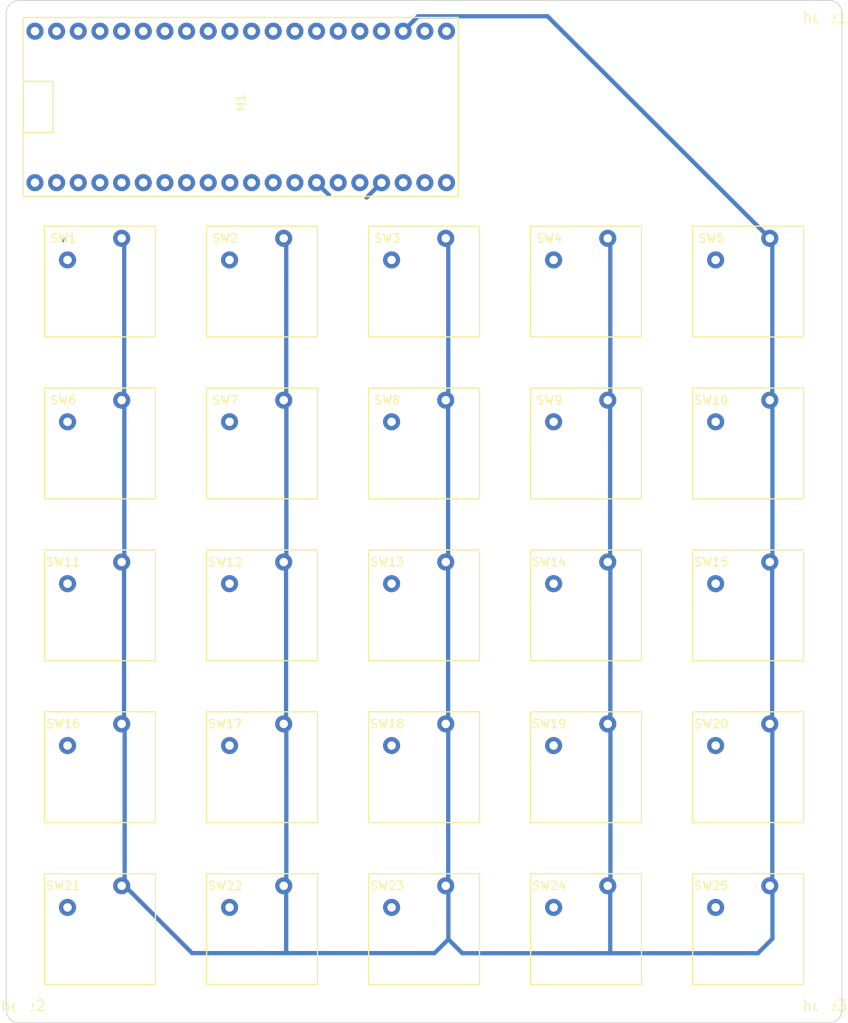
<source format=kicad_pcb>
(kicad_pcb (version 20240108) (generator "pcbnew") (generator_version "8.0")
  (layers (0 "F.Cu" signal) (31 "B.Cu" signal) (34 "B.Paste" user) (35 "F.Paste" user) (36 "B.SilkS" user "B.Silkscreen") (37 "F.SilkS" user "F.Silkscreen") (38 "B.Mask" user) (39 "F.Mask" user) (44 "Edge.Cuts" user))
  (net 0 "")
  (net 1 "GP0")
  (net 2 "GP1")
  (net 3 "GND0")
  (net 4 "GP2")
  (net 5 "GP3")
  (net 6 "GP4")
  (net 7 "GP5")
  (net 8 "GND1")
  (net 9 "GP6")
  (net 10 "GP7")
  (net 11 "GP8")
  (net 12 "GP9")
  (net 13 "GND2")
  (net 14 "GP10")
  (net 15 "GP11")
  (net 16 "GP12")
  (net 17 "GP13")
  (net 18 "GND3")
  (net 19 "GP14")
  (net 20 "GP15")
  (net 21 "GP16")
  (net 22 "GP17")
  (net 23 "GND4")
  (net 24 "GP18")
  (net 25 "GP19")
  (net 26 "GP20")
  (net 27 "GP21")
  (net 28 "GND5")
  (net 29 "GP22")
  (net 30 "RUN")
  (net 31 "GP26")
  (net 32 "GP27")
  (net 33 "GND6")
  (net 34 "GP28")
  (net 35 "VREF")
  (net 36 "3V3")
  (net 37 "3V3_EN")
  (net 38 "GND7")
  (net 39 "VSYS")
  (net 40 "VBUS")
  (footprint "footprint:screwhole" (layer "F.Cu") (at 146 52)
    (property "Reference" "hole1" (at 0 0 0) (layer "F.SilkS") (effects (font (size 1.27 1.27))))
    (property "Value" "hole")
    (pad "" np_thru_hole circle (at 0 0) (size 2 2) (drill 2) (layers "*.Cu" "*.Mask"))
  )
  (footprint "footprint:keyswitch" (layer "F.Cu") (at 61 83)
    (property "Reference" "SW1" (at -4.318 -5.08 0) (layer "F.SilkS"))
    (property "Value" "SW_Push" (hide yes))
    (fp_line (start -6.5 -6.5) (end 6.5 -6.5) (stroke (width 0.15)) (layer "F.SilkS"))
    (fp_line (start -6.5 6.5) (end -6.5 -6.5) (stroke (width 0.15)) (layer "F.SilkS"))
    (fp_line (start 6.5 -6.5) (end 6.5 6.5) (stroke (width 0.15)) (layer "F.SilkS"))
    (fp_line (start 6.5 6.5) (end -6.5 6.5) (stroke (width 0.15)) (layer "F.SilkS"))
    (pad "" np_thru_hole circle (at -5.08 0) (size 1.8 1.8) (drill 1.8) (layers "*.Cu" "*.Mask"))
    (pad "" np_thru_hole circle (at 0 0) (size 4 4) (drill 4) (layers "*.Cu" "*.Mask"))
    (pad "" np_thru_hole circle (at 5.08 0) (size 1.8 1.8) (drill 1.8) (layers "*.Cu" "*.Mask"))
    (pad "1" thru_hole circle (at -3.81 -2.54) (size 2 2) (drill 1) (layers "*.Cu" "*.Mask") (net 6 "GP4"))
    (pad "2" thru_hole circle (at 2.54 -5.08) (size 2 2) (drill 1) (layers "*.Cu" "*.Mask") (net 23 "GND4"))
  )
  (footprint "footprint:keyswitch" (layer "F.Cu") (at 99 159)
    (property "Reference" "SW23" (at -4.318 -5.08 0) (layer "F.SilkS"))
    (property "Value" "SW_Push" (hide yes))
    (fp_line (start -6.5 -6.5) (end 6.5 -6.5) (stroke (width 0.15)) (layer "F.SilkS"))
    (fp_line (start -6.5 6.5) (end -6.5 -6.5) (stroke (width 0.15)) (layer "F.SilkS"))
    (fp_line (start 6.5 -6.5) (end 6.5 6.5) (stroke (width 0.15)) (layer "F.SilkS"))
    (fp_line (start 6.5 6.5) (end -6.5 6.5) (stroke (width 0.15)) (layer "F.SilkS"))
    (pad "" np_thru_hole circle (at -5.08 0) (size 1.8 1.8) (drill 1.8) (layers "*.Cu" "*.Mask"))
    (pad "" np_thru_hole circle (at 0 0) (size 4 4) (drill 4) (layers "*.Cu" "*.Mask"))
    (pad "" np_thru_hole circle (at 5.08 0) (size 1.8 1.8) (drill 1.8) (layers "*.Cu" "*.Mask"))
    (pad "1" thru_hole circle (at -3.81 -2.54) (size 2 2) (drill 1) (layers "*.Cu" "*.Mask") (net 14 "GP10"))
    (pad "2" thru_hole circle (at 2.54 -5.08) (size 2 2) (drill 1) (layers "*.Cu" "*.Mask") (net 23 "GND4"))
  )
  (footprint "footprint:keyswitch" (layer "F.Cu") (at 118 102)
    (property "Reference" "SW9" (at -4.318 -5.08 0) (layer "F.SilkS"))
    (property "Value" "SW_Push" (hide yes))
    (fp_line (start -6.5 -6.5) (end 6.5 -6.5) (stroke (width 0.15)) (layer "F.SilkS"))
    (fp_line (start -6.5 6.5) (end -6.5 -6.5) (stroke (width 0.15)) (layer "F.SilkS"))
    (fp_line (start 6.5 -6.5) (end 6.5 6.5) (stroke (width 0.15)) (layer "F.SilkS"))
    (fp_line (start 6.5 6.5) (end -6.5 6.5) (stroke (width 0.15)) (layer "F.SilkS"))
    (pad "" np_thru_hole circle (at -5.08 0) (size 1.8 1.8) (drill 1.8) (layers "*.Cu" "*.Mask"))
    (pad "" np_thru_hole circle (at 0 0) (size 4 4) (drill 4) (layers "*.Cu" "*.Mask"))
    (pad "" np_thru_hole circle (at 5.08 0) (size 1.8 1.8) (drill 1.8) (layers "*.Cu" "*.Mask"))
    (pad "1" thru_hole circle (at -3.81 -2.54) (size 2 2) (drill 1) (layers "*.Cu" "*.Mask") (net 29 "GP22"))
    (pad "2" thru_hole circle (at 2.54 -5.08) (size 2 2) (drill 1) (layers "*.Cu" "*.Mask") (net 23 "GND4"))
  )
  (footprint "footprint:keyswitch" (layer "F.Cu") (at 118 140)
    (property "Reference" "SW19" (at -4.318 -5.08 0) (layer "F.SilkS"))
    (property "Value" "SW_Push" (hide yes))
    (fp_line (start -6.5 -6.5) (end 6.5 -6.5) (stroke (width 0.15)) (layer "F.SilkS"))
    (fp_line (start -6.5 6.5) (end -6.5 -6.5) (stroke (width 0.15)) (layer "F.SilkS"))
    (fp_line (start 6.5 -6.5) (end 6.5 6.5) (stroke (width 0.15)) (layer "F.SilkS"))
    (fp_line (start 6.5 6.5) (end -6.5 6.5) (stroke (width 0.15)) (layer "F.SilkS"))
    (pad "" np_thru_hole circle (at -5.08 0) (size 1.8 1.8) (drill 1.8) (layers "*.Cu" "*.Mask"))
    (pad "" np_thru_hole circle (at 0 0) (size 4 4) (drill 4) (layers "*.Cu" "*.Mask"))
    (pad "" np_thru_hole circle (at 5.08 0) (size 1.8 1.8) (drill 1.8) (layers "*.Cu" "*.Mask"))
    (pad "1" thru_hole circle (at -3.81 -2.54) (size 2 2) (drill 1) (layers "*.Cu" "*.Mask") (net 32 "GP27"))
    (pad "2" thru_hole circle (at 2.54 -5.08) (size 2 2) (drill 1) (layers "*.Cu" "*.Mask") (net 23 "GND4"))
  )
  (footprint "footprint:keyswitch" (layer "F.Cu") (at 118 121)
    (property "Reference" "SW14" (at -4.318 -5.08 0) (layer "F.SilkS"))
    (property "Value" "SW_Push" (hide yes))
    (fp_line (start -6.5 -6.5) (end 6.5 -6.5) (stroke (width 0.15)) (layer "F.SilkS"))
    (fp_line (start -6.5 6.5) (end -6.5 -6.5) (stroke (width 0.15)) (layer "F.SilkS"))
    (fp_line (start 6.5 -6.5) (end 6.5 6.5) (stroke (width 0.15)) (layer "F.SilkS"))
    (fp_line (start 6.5 6.5) (end -6.5 6.5) (stroke (width 0.15)) (layer "F.SilkS"))
    (pad "" np_thru_hole circle (at -5.08 0) (size 1.8 1.8) (drill 1.8) (layers "*.Cu" "*.Mask"))
    (pad "" np_thru_hole circle (at 0 0) (size 4 4) (drill 4) (layers "*.Cu" "*.Mask"))
    (pad "" np_thru_hole circle (at 5.08 0) (size 1.8 1.8) (drill 1.8) (layers "*.Cu" "*.Mask"))
    (pad "1" thru_hole circle (at -3.81 -2.54) (size 2 2) (drill 1) (layers "*.Cu" "*.Mask") (net 31 "GP26"))
    (pad "2" thru_hole circle (at 2.54 -5.08) (size 2 2) (drill 1) (layers "*.Cu" "*.Mask") (net 23 "GND4"))
  )
  (footprint "footprint:keyswitch" (layer "F.Cu") (at 61 159)
    (property "Reference" "SW21" (at -4.318 -5.08 0) (layer "F.SilkS"))
    (property "Value" "SW_Push" (hide yes))
    (fp_line (start -6.5 -6.5) (end 6.5 -6.5) (stroke (width 0.15)) (layer "F.SilkS"))
    (fp_line (start -6.5 6.5) (end -6.5 -6.5) (stroke (width 0.15)) (layer "F.SilkS"))
    (fp_line (start 6.5 -6.5) (end 6.5 6.5) (stroke (width 0.15)) (layer "F.SilkS"))
    (fp_line (start 6.5 6.5) (end -6.5 6.5) (stroke (width 0.15)) (layer "F.SilkS"))
    (pad "" np_thru_hole circle (at -5.08 0) (size 1.8 1.8) (drill 1.8) (layers "*.Cu" "*.Mask"))
    (pad "" np_thru_hole circle (at 0 0) (size 4 4) (drill 4) (layers "*.Cu" "*.Mask"))
    (pad "" np_thru_hole circle (at 5.08 0) (size 1.8 1.8) (drill 1.8) (layers "*.Cu" "*.Mask"))
    (pad "1" thru_hole circle (at -3.81 -2.54) (size 2 2) (drill 1) (layers "*.Cu" "*.Mask") (net 1 "GP0"))
    (pad "2" thru_hole circle (at 2.54 -5.08) (size 2 2) (drill 1) (layers "*.Cu" "*.Mask") (net 23 "GND4"))
  )
  (footprint "footprint:keyswitch" (layer "F.Cu") (at 118 83)
    (property "Reference" "SW4" (at -4.318 -5.08 0) (layer "F.SilkS"))
    (property "Value" "SW_Push" (hide yes))
    (fp_line (start -6.5 -6.5) (end 6.5 -6.5) (stroke (width 0.15)) (layer "F.SilkS"))
    (fp_line (start -6.5 6.5) (end -6.5 -6.5) (stroke (width 0.15)) (layer "F.SilkS"))
    (fp_line (start 6.5 -6.5) (end 6.5 6.5) (stroke (width 0.15)) (layer "F.SilkS"))
    (fp_line (start 6.5 6.5) (end -6.5 6.5) (stroke (width 0.15)) (layer "F.SilkS"))
    (pad "" np_thru_hole circle (at -5.08 0) (size 1.8 1.8) (drill 1.8) (layers "*.Cu" "*.Mask"))
    (pad "" np_thru_hole circle (at 0 0) (size 4 4) (drill 4) (layers "*.Cu" "*.Mask"))
    (pad "" np_thru_hole circle (at 5.08 0) (size 1.8 1.8) (drill 1.8) (layers "*.Cu" "*.Mask"))
    (pad "1" thru_hole circle (at -3.81 -2.54) (size 2 2) (drill 1) (layers "*.Cu" "*.Mask") (net 27 "GP21"))
    (pad "2" thru_hole circle (at 2.54 -5.08) (size 2 2) (drill 1) (layers "*.Cu" "*.Mask") (net 23 "GND4"))
  )
  (footprint "footprint:keyswitch" (layer "F.Cu") (at 118 159)
    (property "Reference" "SW24" (at -4.318 -5.08 0) (layer "F.SilkS"))
    (property "Value" "SW_Push" (hide yes))
    (fp_line (start -6.5 -6.5) (end 6.5 -6.5) (stroke (width 0.15)) (layer "F.SilkS"))
    (fp_line (start -6.5 6.5) (end -6.5 -6.5) (stroke (width 0.15)) (layer "F.SilkS"))
    (fp_line (start 6.5 -6.5) (end 6.5 6.5) (stroke (width 0.15)) (layer "F.SilkS"))
    (fp_line (start 6.5 6.5) (end -6.5 6.5) (stroke (width 0.15)) (layer "F.SilkS"))
    (pad "" np_thru_hole circle (at -5.08 0) (size 1.8 1.8) (drill 1.8) (layers "*.Cu" "*.Mask"))
    (pad "" np_thru_hole circle (at 0 0) (size 4 4) (drill 4) (layers "*.Cu" "*.Mask"))
    (pad "" np_thru_hole circle (at 5.08 0) (size 1.8 1.8) (drill 1.8) (layers "*.Cu" "*.Mask"))
    (pad "1" thru_hole circle (at -3.81 -2.54) (size 2 2) (drill 1) (layers "*.Cu" "*.Mask") (net 34 "GP28"))
    (pad "2" thru_hole circle (at 2.54 -5.08) (size 2 2) (drill 1) (layers "*.Cu" "*.Mask") (net 23 "GND4"))
  )
  (footprint "footprint:keyswitch" (layer "F.Cu") (at 99 102)
    (property "Reference" "SW8" (at -4.318 -5.08 0) (layer "F.SilkS"))
    (property "Value" "SW_Push" (hide yes))
    (fp_line (start -6.5 -6.5) (end 6.5 -6.5) (stroke (width 0.15)) (layer "F.SilkS"))
    (fp_line (start -6.5 6.5) (end -6.5 -6.5) (stroke (width 0.15)) (layer "F.SilkS"))
    (fp_line (start 6.5 -6.5) (end 6.5 6.5) (stroke (width 0.15)) (layer "F.SilkS"))
    (fp_line (start 6.5 6.5) (end -6.5 6.5) (stroke (width 0.15)) (layer "F.SilkS"))
    (pad "" np_thru_hole circle (at -5.08 0) (size 1.8 1.8) (drill 1.8) (layers "*.Cu" "*.Mask"))
    (pad "" np_thru_hole circle (at 0 0) (size 4 4) (drill 4) (layers "*.Cu" "*.Mask"))
    (pad "" np_thru_hole circle (at 5.08 0) (size 1.8 1.8) (drill 1.8) (layers "*.Cu" "*.Mask"))
    (pad "1" thru_hole circle (at -3.81 -2.54) (size 2 2) (drill 1) (layers "*.Cu" "*.Mask") (net 17 "GP13"))
    (pad "2" thru_hole circle (at 2.54 -5.08) (size 2 2) (drill 1) (layers "*.Cu" "*.Mask") (net 23 "GND4"))
  )
  (footprint "footprint:keyswitch" (layer "F.Cu") (at 99 83)
    (property "Reference" "SW3" (at -4.318 -5.08 0) (layer "F.SilkS"))
    (property "Value" "SW_Push" (hide yes))
    (fp_line (start -6.5 -6.5) (end 6.5 -6.5) (stroke (width 0.15)) (layer "F.SilkS"))
    (fp_line (start -6.5 6.5) (end -6.5 -6.5) (stroke (width 0.15)) (layer "F.SilkS"))
    (fp_line (start 6.5 -6.5) (end 6.5 6.5) (stroke (width 0.15)) (layer "F.SilkS"))
    (fp_line (start 6.5 6.5) (end -6.5 6.5) (stroke (width 0.15)) (layer "F.SilkS"))
    (pad "" np_thru_hole circle (at -5.08 0) (size 1.8 1.8) (drill 1.8) (layers "*.Cu" "*.Mask"))
    (pad "" np_thru_hole circle (at 0 0) (size 4 4) (drill 4) (layers "*.Cu" "*.Mask"))
    (pad "" np_thru_hole circle (at 5.08 0) (size 1.8 1.8) (drill 1.8) (layers "*.Cu" "*.Mask"))
    (pad "1" thru_hole circle (at -3.81 -2.54) (size 2 2) (drill 1) (layers "*.Cu" "*.Mask") (net 19 "GP14"))
    (pad "2" thru_hole circle (at 2.54 -5.08) (size 2 2) (drill 1) (layers "*.Cu" "*.Mask") (net 23 "GND4"))
  )
  (footprint "footprint:keyswitch" (layer "F.Cu") (at 137 102)
    (property "Reference" "SW10" (at -4.318 -5.08 0) (layer "F.SilkS"))
    (property "Value" "SW_Push" (hide yes))
    (fp_line (start -6.5 -6.5) (end 6.5 -6.5) (stroke (width 0.15)) (layer "F.SilkS"))
    (fp_line (start -6.5 6.5) (end -6.5 -6.5) (stroke (width 0.15)) (layer "F.SilkS"))
    (fp_line (start 6.5 -6.5) (end 6.5 6.5) (stroke (width 0.15)) (layer "F.SilkS"))
    (fp_line (start 6.5 6.5) (end -6.5 6.5) (stroke (width 0.15)) (layer "F.SilkS"))
    (pad "" np_thru_hole circle (at -5.08 0) (size 1.8 1.8) (drill 1.8) (layers "*.Cu" "*.Mask"))
    (pad "" np_thru_hole circle (at 0 0) (size 4 4) (drill 4) (layers "*.Cu" "*.Mask"))
    (pad "" np_thru_hole circle (at 5.08 0) (size 1.8 1.8) (drill 1.8) (layers "*.Cu" "*.Mask"))
    (pad "1" thru_hole circle (at -3.81 -2.54) (size 2 2) (drill 1) (layers "*.Cu" "*.Mask") (net 22 "GP17"))
    (pad "2" thru_hole circle (at 2.54 -5.08) (size 2 2) (drill 1) (layers "*.Cu" "*.Mask") (net 23 "GND4"))
  )
  (footprint "footprint:keyswitch" (layer "F.Cu") (at 61 121)
    (property "Reference" "SW11" (at -4.318 -5.08 0) (layer "F.SilkS"))
    (property "Value" "SW_Push" (hide yes))
    (fp_line (start -6.5 -6.5) (end 6.5 -6.5) (stroke (width 0.15)) (layer "F.SilkS"))
    (fp_line (start -6.5 6.5) (end -6.5 -6.5) (stroke (width 0.15)) (layer "F.SilkS"))
    (fp_line (start 6.5 -6.5) (end 6.5 6.5) (stroke (width 0.15)) (layer "F.SilkS"))
    (fp_line (start 6.5 6.5) (end -6.5 6.5) (stroke (width 0.15)) (layer "F.SilkS"))
    (pad "" np_thru_hole circle (at -5.08 0) (size 1.8 1.8) (drill 1.8) (layers "*.Cu" "*.Mask"))
    (pad "" np_thru_hole circle (at 0 0) (size 4 4) (drill 4) (layers "*.Cu" "*.Mask"))
    (pad "" np_thru_hole circle (at 5.08 0) (size 1.8 1.8) (drill 1.8) (layers "*.Cu" "*.Mask"))
    (pad "1" thru_hole circle (at -3.81 -2.54) (size 2 2) (drill 1) (layers "*.Cu" "*.Mask") (net 4 "GP2"))
    (pad "2" thru_hole circle (at 2.54 -5.08) (size 2 2) (drill 1) (layers "*.Cu" "*.Mask") (net 23 "GND4"))
  )
  (footprint "footprint:keyswitch" (layer "F.Cu") (at 137 140)
    (property "Reference" "SW20" (at -4.318 -5.08 0) (layer "F.SilkS"))
    (property "Value" "SW_Push" (hide yes))
    (fp_line (start -6.5 -6.5) (end 6.5 -6.5) (stroke (width 0.15)) (layer "F.SilkS"))
    (fp_line (start -6.5 6.5) (end -6.5 -6.5) (stroke (width 0.15)) (layer "F.SilkS"))
    (fp_line (start 6.5 -6.5) (end 6.5 6.5) (stroke (width 0.15)) (layer "F.SilkS"))
    (fp_line (start 6.5 6.5) (end -6.5 6.5) (stroke (width 0.15)) (layer "F.SilkS"))
    (pad "" np_thru_hole circle (at -5.08 0) (size 1.8 1.8) (drill 1.8) (layers "*.Cu" "*.Mask"))
    (pad "" np_thru_hole circle (at 0 0) (size 4 4) (drill 4) (layers "*.Cu" "*.Mask"))
    (pad "" np_thru_hole circle (at 5.08 0) (size 1.8 1.8) (drill 1.8) (layers "*.Cu" "*.Mask"))
    (pad "1" thru_hole circle (at -3.81 -2.54) (size 2 2) (drill 1) (layers "*.Cu" "*.Mask") (net 25 "GP19"))
    (pad "2" thru_hole circle (at 2.54 -5.08) (size 2 2) (drill 1) (layers "*.Cu" "*.Mask") (net 23 "GND4"))
  )
  (footprint "footprint:keyswitch" (layer "F.Cu") (at 137 159)
    (property "Reference" "SW25" (at -4.318 -5.08 0) (layer "F.SilkS"))
    (property "Value" "SW_Push" (hide yes))
    (fp_line (start -6.5 -6.5) (end 6.5 -6.5) (stroke (width 0.15)) (layer "F.SilkS"))
    (fp_line (start -6.5 6.5) (end -6.5 -6.5) (stroke (width 0.15)) (layer "F.SilkS"))
    (fp_line (start 6.5 -6.5) (end 6.5 6.5) (stroke (width 0.15)) (layer "F.SilkS"))
    (fp_line (start 6.5 6.5) (end -6.5 6.5) (stroke (width 0.15)) (layer "F.SilkS"))
    (pad "" np_thru_hole circle (at -5.08 0) (size 1.8 1.8) (drill 1.8) (layers "*.Cu" "*.Mask"))
    (pad "" np_thru_hole circle (at 0 0) (size 4 4) (drill 4) (layers "*.Cu" "*.Mask"))
    (pad "" np_thru_hole circle (at 5.08 0) (size 1.8 1.8) (drill 1.8) (layers "*.Cu" "*.Mask"))
    (pad "1" thru_hole circle (at -3.81 -2.54) (size 2 2) (drill 1) (layers "*.Cu" "*.Mask") (net 26 "GP20"))
    (pad "2" thru_hole circle (at 2.54 -5.08) (size 2 2) (drill 1) (layers "*.Cu" "*.Mask") (net 23 "GND4"))
  )
  (footprint "footprint:screwhole" (layer "F.Cu") (at 52 168)
    (property "Reference" "hole2" (at 0 0 0) (layer "F.SilkS") (effects (font (size 1.27 1.27))))
    (property "Value" "hole")
    (pad "" np_thru_hole circle (at 0 0) (size 2 2) (drill 2) (layers "*.Cu" "*.Mask"))
  )
  (footprint "footprint:keyswitch" (layer "F.Cu") (at 80 121)
    (property "Reference" "SW12" (at -4.318 -5.08 0) (layer "F.SilkS"))
    (property "Value" "SW_Push" (hide yes))
    (fp_line (start -6.5 -6.5) (end 6.5 -6.5) (stroke (width 0.15)) (layer "F.SilkS"))
    (fp_line (start -6.5 6.5) (end -6.5 -6.5) (stroke (width 0.15)) (layer "F.SilkS"))
    (fp_line (start 6.5 -6.5) (end 6.5 6.5) (stroke (width 0.15)) (layer "F.SilkS"))
    (fp_line (start 6.5 6.5) (end -6.5 6.5) (stroke (width 0.15)) (layer "F.SilkS"))
    (pad "" np_thru_hole circle (at -5.08 0) (size 1.8 1.8) (drill 1.8) (layers "*.Cu" "*.Mask"))
    (pad "" np_thru_hole circle (at 0 0) (size 4 4) (drill 4) (layers "*.Cu" "*.Mask"))
    (pad "" np_thru_hole circle (at 5.08 0) (size 1.8 1.8) (drill 1.8) (layers "*.Cu" "*.Mask"))
    (pad "1" thru_hole circle (at -3.81 -2.54) (size 2 2) (drill 1) (layers "*.Cu" "*.Mask") (net 10 "GP7"))
    (pad "2" thru_hole circle (at 2.54 -5.08) (size 2 2) (drill 1) (layers "*.Cu" "*.Mask") (net 23 "GND4"))
  )
  (footprint "footprint:keyswitch" (layer "F.Cu") (at 80 83)
    (property "Reference" "SW2" (at -4.318 -5.08 0) (layer "F.SilkS"))
    (property "Value" "SW_Push" (hide yes))
    (fp_line (start -6.5 -6.5) (end 6.5 -6.5) (stroke (width 0.15)) (layer "F.SilkS"))
    (fp_line (start -6.5 6.5) (end -6.5 -6.5) (stroke (width 0.15)) (layer "F.SilkS"))
    (fp_line (start 6.5 -6.5) (end 6.5 6.5) (stroke (width 0.15)) (layer "F.SilkS"))
    (fp_line (start 6.5 6.5) (end -6.5 6.5) (stroke (width 0.15)) (layer "F.SilkS"))
    (pad "" np_thru_hole circle (at -5.08 0) (size 1.8 1.8) (drill 1.8) (layers "*.Cu" "*.Mask"))
    (pad "" np_thru_hole circle (at 0 0) (size 4 4) (drill 4) (layers "*.Cu" "*.Mask"))
    (pad "" np_thru_hole circle (at 5.08 0) (size 1.8 1.8) (drill 1.8) (layers "*.Cu" "*.Mask"))
    (pad "1" thru_hole circle (at -3.81 -2.54) (size 2 2) (drill 1) (layers "*.Cu" "*.Mask") (net 12 "GP9"))
    (pad "2" thru_hole circle (at 2.54 -5.08) (size 2 2) (drill 1) (layers "*.Cu" "*.Mask") (net 23 "GND4"))
  )
  (footprint "footprint:keyswitch" (layer "F.Cu") (at 137 121)
    (property "Reference" "SW15" (at -4.318 -5.08 0) (layer "F.SilkS"))
    (property "Value" "SW_Push" (hide yes))
    (fp_line (start -6.5 -6.5) (end 6.5 -6.5) (stroke (width 0.15)) (layer "F.SilkS"))
    (fp_line (start -6.5 6.5) (end -6.5 -6.5) (stroke (width 0.15)) (layer "F.SilkS"))
    (fp_line (start 6.5 -6.5) (end 6.5 6.5) (stroke (width 0.15)) (layer "F.SilkS"))
    (fp_line (start 6.5 6.5) (end -6.5 6.5) (stroke (width 0.15)) (layer "F.SilkS"))
    (pad "" np_thru_hole circle (at -5.08 0) (size 1.8 1.8) (drill 1.8) (layers "*.Cu" "*.Mask"))
    (pad "" np_thru_hole circle (at 0 0) (size 4 4) (drill 4) (layers "*.Cu" "*.Mask"))
    (pad "" np_thru_hole circle (at 5.08 0) (size 1.8 1.8) (drill 1.8) (layers "*.Cu" "*.Mask"))
    (pad "1" thru_hole circle (at -3.81 -2.54) (size 2 2) (drill 1) (layers "*.Cu" "*.Mask") (net 24 "GP18"))
    (pad "2" thru_hole circle (at 2.54 -5.08) (size 2 2) (drill 1) (layers "*.Cu" "*.Mask") (net 23 "GND4"))
  )
  (footprint "footprint:screwhole" (layer "F.Cu") (at 146 168)
    (property "Reference" "hole3" (at 0 0 0) (layer "F.SilkS") (effects (font (size 1.27 1.27))))
    (property "Value" "hole")
    (pad "" np_thru_hole circle (at 0 0) (size 2 2) (drill 2) (layers "*.Cu" "*.Mask"))
  )
  (footprint "footprint:pipico" (layer "F.Cu") (at 77.5 62.5)
    (property "Reference" "M1" (at 0 -0.5 -90) (layer "F.SilkS"))
    (property "Value" "RasPiPico" (hide yes))
    (fp_line (start -25.5 -10.5) (end -25.5 10.5) (stroke (width 0.15)) (layer "F.SilkS"))
    (fp_line (start -25.5 -3) (end -25.5 3) (stroke (width 0.15)) (layer "F.SilkS"))
    (fp_line (start -25.5 3) (end -22 3) (stroke (width 0.15)) (layer "F.SilkS"))
    (fp_line (start -25.5 10.5) (end 25.5 10.5) (stroke (width 0.15)) (layer "F.SilkS"))
    (fp_line (start -22 -3) (end -25.5 -3) (stroke (width 0.15)) (layer "F.SilkS"))
    (fp_line (start -22 3) (end -22 -3) (stroke (width 0.15)) (layer "F.SilkS"))
    (fp_line (start 25.5 -10.5) (end -25.5 -10.5) (stroke (width 0.15)) (layer "F.SilkS"))
    (fp_line (start 25.5 10.5) (end 25.5 -10.5) (stroke (width 0.15)) (layer "F.SilkS"))
    (pad "1" thru_hole circle (at -24.13 8.89 270) (size 2 2) (drill 1) (layers "*.Cu" "*.Mask") (net 1 "GP0"))
    (pad "2" thru_hole circle (at -21.59 8.89 270) (size 2 2) (drill 1) (layers "*.Cu" "*.Mask") (net 2 "GP1"))
    (pad "3" thru_hole circle (at -19.05 8.89 270) (size 2 2) (drill 1) (layers "*.Cu" "*.Mask") (net 3 "GND0"))
    (pad "4" thru_hole circle (at -16.51 8.89 270) (size 2 2) (drill 1) (layers "*.Cu" "*.Mask") (net 4 "GP2"))
    (pad "5" thru_hole circle (at -13.97 8.89 270) (size 2 2) (drill 1) (layers "*.Cu" "*.Mask") (net 5 "GP3"))
    (pad "6" thru_hole circle (at -11.43 8.89 270) (size 2 2) (drill 1) (layers "*.Cu" "*.Mask") (net 6 "GP4"))
    (pad "7" thru_hole circle (at -8.89 8.89 270) (size 2 2) (drill 1) (layers "*.Cu" "*.Mask") (net 7 "GP5"))
    (pad "8" thru_hole circle (at -6.35 8.89 270) (size 2 2) (drill 1) (layers "*.Cu" "*.Mask") (net 8 "GND1"))
    (pad "9" thru_hole circle (at -3.81 8.89 270) (size 2 2) (drill 1) (layers "*.Cu" "*.Mask") (net 9 "GP6"))
    (pad "10" thru_hole circle (at -1.27 8.89 270) (size 2 2) (drill 1) (layers "*.Cu" "*.Mask") (net 10 "GP7"))
    (pad "11" thru_hole circle (at 1.27 8.89 270) (size 2 2) (drill 1) (layers "*.Cu" "*.Mask") (net 11 "GP8"))
    (pad "12" thru_hole circle (at 3.81 8.89 270) (size 2 2) (drill 1) (layers "*.Cu" "*.Mask") (net 12 "GP9"))
    (pad "13" thru_hole circle (at 6.35 8.89 270) (size 2 2) (drill 1) (layers "*.Cu" "*.Mask") (net 13 "GND2"))
    (pad "14" thru_hole circle (at 8.89 8.89 270) (size 2 2) (drill 1) (layers "*.Cu" "*.Mask") (net 14 "GP10"))
    (pad "15" thru_hole circle (at 11.43 8.89 270) (size 2 2) (drill 1) (layers "*.Cu" "*.Mask") (net 15 "GP11"))
    (pad "16" thru_hole circle (at 13.97 8.89 270) (size 2 2) (drill 1) (layers "*.Cu" "*.Mask") (net 16 "GP12"))
    (pad "17" thru_hole circle (at 16.51 8.898 270) (size 2 2) (drill 1) (layers "*.Cu" "*.Mask") (net 17 "GP13"))
    (pad "18" thru_hole circle (at 19.05 8.89 270) (size 2 2) (drill 1) (layers "*.Cu" "*.Mask") (net 18 "GND3"))
    (pad "19" thru_hole circle (at 21.59 8.89 270) (size 2 2) (drill 1) (layers "*.Cu" "*.Mask") (net 19 "GP14"))
    (pad "20" thru_hole circle (at 24.13 8.89 270) (size 2 2) (drill 1) (layers "*.Cu" "*.Mask") (net 20 "GP15"))
    (pad "21" thru_hole circle (at 24.13 -8.89 270) (size 2 2) (drill 1) (layers "*.Cu" "*.Mask") (net 21 "GP16"))
    (pad "22" thru_hole circle (at 21.59 -8.89 270) (size 2 2) (drill 1) (layers "*.Cu" "*.Mask") (net 22 "GP17"))
    (pad "23" thru_hole circle (at 19.05 -8.89 270) (size 2 2) (drill 1) (layers "*.Cu" "*.Mask") (net 23 "GND4"))
    (pad "24" thru_hole circle (at 16.51 -8.89 270) (size 2 2) (drill 1) (layers "*.Cu" "*.Mask") (net 24 "GP18"))
    (pad "25" thru_hole circle (at 13.97 -8.89 270) (size 2 2) (drill 1) (layers "*.Cu" "*.Mask") (net 25 "GP19"))
    (pad "26" thru_hole circle (at 11.43 -8.89 270) (size 2 2) (drill 1) (layers "*.Cu" "*.Mask") (net 26 "GP20"))
    (pad "27" thru_hole circle (at 8.89 -8.89 270) (size 2 2) (drill 1) (layers "*.Cu" "*.Mask") (net 27 "GP21"))
    (pad "28" thru_hole circle (at 6.35 -8.89 270) (size 2 2) (drill 1) (layers "*.Cu" "*.Mask") (net 28 "GND5"))
    (pad "29" thru_hole circle (at 3.81 -8.89 270) (size 2 2) (drill 1) (layers "*.Cu" "*.Mask") (net 29 "GP22"))
    (pad "30" thru_hole circle (at 1.27 -8.89 270) (size 2 2) (drill 1) (layers "*.Cu" "*.Mask") (net 30 "RUN"))
    (pad "31" thru_hole circle (at -1.27 -8.89 270) (size 2 2) (drill 1) (layers "*.Cu" "*.Mask") (net 31 "GP26"))
    (pad "32" thru_hole circle (at -3.81 -8.89 270) (size 2 2) (drill 1) (layers "*.Cu" "*.Mask") (net 32 "GP27"))
    (pad "33" thru_hole circle (at -6.35 -8.89 270) (size 2 2) (drill 1) (layers "*.Cu" "*.Mask") (net 33 "GND6"))
    (pad "34" thru_hole circle (at -8.89 -8.89 270) (size 2 2) (drill 1) (layers "*.Cu" "*.Mask") (net 34 "GP28"))
    (pad "35" thru_hole circle (at -11.43 -8.89 270) (size 2 2) (drill 1) (layers "*.Cu" "*.Mask") (net 35 "VREF"))
    (pad "36" thru_hole circle (at -13.97 -8.89 270) (size 2 2) (drill 1) (layers "*.Cu" "*.Mask") (net 36 "3V3"))
    (pad "37" thru_hole circle (at -16.51 -8.89 270) (size 2 2) (drill 1) (layers "*.Cu" "*.Mask") (net 37 "3V3_EN"))
    (pad "38" thru_hole circle (at -19.05 -8.89 270) (size 2 2) (drill 1) (layers "*.Cu" "*.Mask") (net 38 "GND7"))
    (pad "39" thru_hole circle (at -21.59 -8.89 270) (size 2 2) (drill 1) (layers "*.Cu" "*.Mask") (net 39 "VSYS"))
    (pad "40" thru_hole circle (at -24.13 -8.89 270) (size 2 2) (drill 1) (layers "*.Cu" "*.Mask") (net 40 "VBUS"))
  )
  (footprint "footprint:keyswitch" (layer "F.Cu") (at 61 140)
    (property "Reference" "SW16" (at -4.318 -5.08 0) (layer "F.SilkS"))
    (property "Value" "SW_Push" (hide yes))
    (fp_line (start -6.5 -6.5) (end 6.5 -6.5) (stroke (width 0.15)) (layer "F.SilkS"))
    (fp_line (start -6.5 6.5) (end -6.5 -6.5) (stroke (width 0.15)) (layer "F.SilkS"))
    (fp_line (start 6.5 -6.5) (end 6.5 6.5) (stroke (width 0.15)) (layer "F.SilkS"))
    (fp_line (start 6.5 6.5) (end -6.5 6.5) (stroke (width 0.15)) (layer "F.SilkS"))
    (pad "" np_thru_hole circle (at -5.08 0) (size 1.8 1.8) (drill 1.8) (layers "*.Cu" "*.Mask"))
    (pad "" np_thru_hole circle (at 0 0) (size 4 4) (drill 4) (layers "*.Cu" "*.Mask"))
    (pad "" np_thru_hole circle (at 5.08 0) (size 1.8 1.8) (drill 1.8) (layers "*.Cu" "*.Mask"))
    (pad "1" thru_hole circle (at -3.81 -2.54) (size 2 2) (drill 1) (layers "*.Cu" "*.Mask") (net 2 "GP1"))
    (pad "2" thru_hole circle (at 2.54 -5.08) (size 2 2) (drill 1) (layers "*.Cu" "*.Mask") (net 23 "GND4"))
  )
  (footprint "footprint:keyswitch" (layer "F.Cu") (at 99 140)
    (property "Reference" "SW18" (at -4.318 -5.08 0) (layer "F.SilkS"))
    (property "Value" "SW_Push" (hide yes))
    (fp_line (start -6.5 -6.5) (end 6.5 -6.5) (stroke (width 0.15)) (layer "F.SilkS"))
    (fp_line (start -6.5 6.5) (end -6.5 -6.5) (stroke (width 0.15)) (layer "F.SilkS"))
    (fp_line (start 6.5 -6.5) (end 6.5 6.5) (stroke (width 0.15)) (layer "F.SilkS"))
    (fp_line (start 6.5 6.5) (end -6.5 6.5) (stroke (width 0.15)) (layer "F.SilkS"))
    (pad "" np_thru_hole circle (at -5.08 0) (size 1.8 1.8) (drill 1.8) (layers "*.Cu" "*.Mask"))
    (pad "" np_thru_hole circle (at 0 0) (size 4 4) (drill 4) (layers "*.Cu" "*.Mask"))
    (pad "" np_thru_hole circle (at 5.08 0) (size 1.8 1.8) (drill 1.8) (layers "*.Cu" "*.Mask"))
    (pad "1" thru_hole circle (at -3.81 -2.54) (size 2 2) (drill 1) (layers "*.Cu" "*.Mask") (net 15 "GP11"))
    (pad "2" thru_hole circle (at 2.54 -5.08) (size 2 2) (drill 1) (layers "*.Cu" "*.Mask") (net 23 "GND4"))
  )
  (footprint "footprint:keyswitch" (layer "F.Cu") (at 80 140)
    (property "Reference" "SW17" (at -4.318 -5.08 0) (layer "F.SilkS"))
    (property "Value" "SW_Push" (hide yes))
    (fp_line (start -6.5 -6.5) (end 6.5 -6.5) (stroke (width 0.15)) (layer "F.SilkS"))
    (fp_line (start -6.5 6.5) (end -6.5 -6.5) (stroke (width 0.15)) (layer "F.SilkS"))
    (fp_line (start 6.5 -6.5) (end 6.5 6.5) (stroke (width 0.15)) (layer "F.SilkS"))
    (fp_line (start 6.5 6.5) (end -6.5 6.5) (stroke (width 0.15)) (layer "F.SilkS"))
    (pad "" np_thru_hole circle (at -5.08 0) (size 1.8 1.8) (drill 1.8) (layers "*.Cu" "*.Mask"))
    (pad "" np_thru_hole circle (at 0 0) (size 4 4) (drill 4) (layers "*.Cu" "*.Mask"))
    (pad "" np_thru_hole circle (at 5.08 0) (size 1.8 1.8) (drill 1.8) (layers "*.Cu" "*.Mask"))
    (pad "1" thru_hole circle (at -3.81 -2.54) (size 2 2) (drill 1) (layers "*.Cu" "*.Mask") (net 9 "GP6"))
    (pad "2" thru_hole circle (at 2.54 -5.08) (size 2 2) (drill 1) (layers "*.Cu" "*.Mask") (net 23 "GND4"))
  )
  (footprint "footprint:keyswitch" (layer "F.Cu") (at 80 159)
    (property "Reference" "SW22" (at -4.318 -5.08 0) (layer "F.SilkS"))
    (property "Value" "SW_Push" (hide yes))
    (fp_line (start -6.5 -6.5) (end 6.5 -6.5) (stroke (width 0.15)) (layer "F.SilkS"))
    (fp_line (start -6.5 6.5) (end -6.5 -6.5) (stroke (width 0.15)) (layer "F.SilkS"))
    (fp_line (start 6.5 -6.5) (end 6.5 6.5) (stroke (width 0.15)) (layer "F.SilkS"))
    (fp_line (start 6.5 6.5) (end -6.5 6.5) (stroke (width 0.15)) (layer "F.SilkS"))
    (pad "" np_thru_hole circle (at -5.08 0) (size 1.8 1.8) (drill 1.8) (layers "*.Cu" "*.Mask"))
    (pad "" np_thru_hole circle (at 0 0) (size 4 4) (drill 4) (layers "*.Cu" "*.Mask"))
    (pad "" np_thru_hole circle (at 5.08 0) (size 1.8 1.8) (drill 1.8) (layers "*.Cu" "*.Mask"))
    (pad "1" thru_hole circle (at -3.81 -2.54) (size 2 2) (drill 1) (layers "*.Cu" "*.Mask") (net 7 "GP5"))
    (pad "2" thru_hole circle (at 2.54 -5.08) (size 2 2) (drill 1) (layers "*.Cu" "*.Mask") (net 23 "GND4"))
  )
  (footprint "footprint:keyswitch" (layer "F.Cu") (at 80 102)
    (property "Reference" "SW7" (at -4.318 -5.08 0) (layer "F.SilkS"))
    (property "Value" "SW_Push" (hide yes))
    (fp_line (start -6.5 -6.5) (end 6.5 -6.5) (stroke (width 0.15)) (layer "F.SilkS"))
    (fp_line (start -6.5 6.5) (end -6.5 -6.5) (stroke (width 0.15)) (layer "F.SilkS"))
    (fp_line (start 6.5 -6.5) (end 6.5 6.5) (stroke (width 0.15)) (layer "F.SilkS"))
    (fp_line (start 6.5 6.5) (end -6.5 6.5) (stroke (width 0.15)) (layer "F.SilkS"))
    (pad "" np_thru_hole circle (at -5.08 0) (size 1.8 1.8) (drill 1.8) (layers "*.Cu" "*.Mask"))
    (pad "" np_thru_hole circle (at 0 0) (size 4 4) (drill 4) (layers "*.Cu" "*.Mask"))
    (pad "" np_thru_hole circle (at 5.08 0) (size 1.8 1.8) (drill 1.8) (layers "*.Cu" "*.Mask"))
    (pad "1" thru_hole circle (at -3.81 -2.54) (size 2 2) (drill 1) (layers "*.Cu" "*.Mask") (net 11 "GP8"))
    (pad "2" thru_hole circle (at 2.54 -5.08) (size 2 2) (drill 1) (layers "*.Cu" "*.Mask") (net 23 "GND4"))
  )
  (footprint "footprint:keyswitch" (layer "F.Cu") (at 137 83)
    (property "Reference" "SW5" (at -4.318 -5.08 0) (layer "F.SilkS"))
    (property "Value" "SW_Push" (hide yes))
    (fp_line (start -6.5 -6.5) (end 6.5 -6.5) (stroke (width 0.15)) (layer "F.SilkS"))
    (fp_line (start -6.5 6.5) (end -6.5 -6.5) (stroke (width 0.15)) (layer "F.SilkS"))
    (fp_line (start 6.5 -6.5) (end 6.5 6.5) (stroke (width 0.15)) (layer "F.SilkS"))
    (fp_line (start 6.5 6.5) (end -6.5 6.5) (stroke (width 0.15)) (layer "F.SilkS"))
    (pad "" np_thru_hole circle (at -5.08 0) (size 1.8 1.8) (drill 1.8) (layers "*.Cu" "*.Mask"))
    (pad "" np_thru_hole circle (at 0 0) (size 4 4) (drill 4) (layers "*.Cu" "*.Mask"))
    (pad "" np_thru_hole circle (at 5.08 0) (size 1.8 1.8) (drill 1.8) (layers "*.Cu" "*.Mask"))
    (pad "1" thru_hole circle (at -3.81 -2.54) (size 2 2) (drill 1) (layers "*.Cu" "*.Mask") (net 21 "GP16"))
    (pad "2" thru_hole circle (at 2.54 -5.08) (size 2 2) (drill 1) (layers "*.Cu" "*.Mask") (net 23 "GND4"))
  )
  (footprint "footprint:keyswitch" (layer "F.Cu") (at 61 102)
    (property "Reference" "SW6" (at -4.318 -5.08 0) (layer "F.SilkS"))
    (property "Value" "SW_Push" (hide yes))
    (fp_line (start -6.5 -6.5) (end 6.5 -6.5) (stroke (width 0.15)) (layer "F.SilkS"))
    (fp_line (start -6.5 6.5) (end -6.5 -6.5) (stroke (width 0.15)) (layer "F.SilkS"))
    (fp_line (start 6.5 -6.5) (end 6.5 6.5) (stroke (width 0.15)) (layer "F.SilkS"))
    (fp_line (start 6.5 6.5) (end -6.5 6.5) (stroke (width 0.15)) (layer "F.SilkS"))
    (pad "" np_thru_hole circle (at -5.08 0) (size 1.8 1.8) (drill 1.8) (layers "*.Cu" "*.Mask"))
    (pad "" np_thru_hole circle (at 0 0) (size 4 4) (drill 4) (layers "*.Cu" "*.Mask"))
    (pad "" np_thru_hole circle (at 5.08 0) (size 1.8 1.8) (drill 1.8) (layers "*.Cu" "*.Mask"))
    (pad "1" thru_hole circle (at -3.81 -2.54) (size 2 2) (drill 1) (layers "*.Cu" "*.Mask") (net 5 "GP3"))
    (pad "2" thru_hole circle (at 2.54 -5.08) (size 2 2) (drill 1) (layers "*.Cu" "*.Mask") (net 23 "GND4"))
  )
  (footprint "footprint:keyswitch" (layer "F.Cu") (at 99 121)
    (property "Reference" "SW13" (at -4.318 -5.08 0) (layer "F.SilkS"))
    (property "Value" "SW_Push" (hide yes))
    (fp_line (start -6.5 -6.5) (end 6.5 -6.5) (stroke (width 0.15)) (layer "F.SilkS"))
    (fp_line (start -6.5 6.5) (end -6.5 -6.5) (stroke (width 0.15)) (layer "F.SilkS"))
    (fp_line (start 6.5 -6.5) (end 6.5 6.5) (stroke (width 0.15)) (layer "F.SilkS"))
    (fp_line (start 6.5 6.5) (end -6.5 6.5) (stroke (width 0.15)) (layer "F.SilkS"))
    (pad "" np_thru_hole circle (at -5.08 0) (size 1.8 1.8) (drill 1.8) (layers "*.Cu" "*.Mask"))
    (pad "" np_thru_hole circle (at 0 0) (size 4 4) (drill 4) (layers "*.Cu" "*.Mask"))
    (pad "" np_thru_hole circle (at 5.08 0) (size 1.8 1.8) (drill 1.8) (layers "*.Cu" "*.Mask"))
    (pad "1" thru_hole circle (at -3.81 -2.54) (size 2 2) (drill 1) (layers "*.Cu" "*.Mask") (net 16 "GP12"))
    (pad "2" thru_hole circle (at 2.54 -5.08) (size 2 2) (drill 1) (layers "*.Cu" "*.Mask") (net 23 "GND4"))
  )
  (gr_line (start 50 51.5) (end 50 168.5) (stroke (width 0.1)) (layer "Edge.Cuts"))
  (gr_arc (start 50 51.5) (mid 50.43934 50.43934) (end 51.5 50) (stroke (width 0.1)) (layer "Edge.Cuts"))
  (gr_line (start 148 168.5) (end 148 51.5) (stroke (width 0.1)) (layer "Edge.Cuts"))
  (gr_arc (start 146.5 50) (mid 147.56066 50.43934) (end 148 51.5) (stroke (width 0.1)) (layer "Edge.Cuts"))
  (gr_line (start 51.5 170) (end 146.5 170) (stroke (width 0.1)) (layer "Edge.Cuts"))
  (gr_line (start 146.5 50) (end 51.5 50) (stroke (width 0.1)) (layer "Edge.Cuts"))
  (gr_arc (start 148 168.5) (mid 147.56066 169.56066) (end 146.5 170) (stroke (width 0.1)) (layer "Edge.Cuts"))
  (gr_arc (start 51.5 170) (mid 50.43934 169.56066) (end 50 168.5) (stroke (width 0.1)) (layer "Edge.Cuts"))
  (segment (start 56.8035 78.1165) (end 56.6628 78.1165) (width 0.5) (layer "B.Cu") (net 5))
  (segment (start 57.19 80.27) (end 57.19 80.46) (width 0.5) (layer "B.Cu") (net 6))
  (segment (start 86.39 71.39) (end 87.8573 72.8573) (width 0.5) (layer "B.Cu") (net 14))
  (segment (start 91.47 71.39) (end 91.1983 71.6617) (width 0.5) (layer "B.Cu") (net 16))
  (segment (start 94.01 71.39) (end 92.2553 73.1447) (width 0.5) (layer "B.Cu") (net 17))
  (segment (start 101.8205 134.6395) (end 101.8205 116.2005) (width 0.5) (layer "B.Cu") (net 23))
  (segment (start 120.8445 134.6155) (end 120.54 134.92) (width 0.5) (layer "B.Cu") (net 23))
  (segment (start 139.8514 154.2314) (end 139.8514 160.1381) (width 0.5) (layer "B.Cu") (net 23))
  (segment (start 139.54 115.92) (end 139.8205 116.2005) (width 0.5) (layer "B.Cu") (net 23))
  (segment (start 82.54 134.92) (end 82.8205 134.6395) (width 0.5) (layer "B.Cu") (net 23))
  (segment (start 63.8205 116.2005) (end 63.54 115.92) (width 0.5) (layer "B.Cu") (net 23))
  (segment (start 96.55 53.61) (end 98.3005 51.8595) (width 0.5) (layer "B.Cu") (net 23))
  (segment (start 63.887 153.92) (end 63.887 135.267) (width 0.5) (layer "B.Cu") (net 23))
  (segment (start 139.839 78.219) (end 139.839 96.621) (width 0.5) (layer "B.Cu") (net 23))
  (segment (start 63.839 78.219) (end 63.839 96.621) (width 0.5) (layer "B.Cu") (net 23))
  (segment (start 82.8321 154.2121) (end 82.54 153.92) (width 0.5) (layer "B.Cu") (net 23))
  (segment (start 101.839 78.219) (end 101.839 96.621) (width 0.5) (layer "B.Cu") (net 23))
  (segment (start 138.1537 161.8358) (end 120.8321 161.8358) (width 0.5) (layer "B.Cu") (net 23))
  (segment (start 113.4795 51.8595) (end 139.54 77.92) (width 0.5) (layer "B.Cu") (net 23))
  (segment (start 82.54 134.92) (end 82.8445 135.2245) (width 0.5) (layer "B.Cu") (net 23))
  (segment (start 98.3005 51.8595) (end 113.4795 51.8595) (width 0.5) (layer "B.Cu") (net 23))
  (segment (start 101.8205 97.2005) (end 101.54 96.92) (width 0.5) (layer "B.Cu") (net 23))
  (segment (start 63.839 96.621) (end 63.54 96.92) (width 0.5) (layer "B.Cu") (net 23))
  (segment (start 139.54 77.92) (end 139.839 78.219) (width 0.5) (layer "B.Cu") (net 23))
  (segment (start 139.839 96.621) (end 139.54 96.92) (width 0.5) (layer "B.Cu") (net 23))
  (segment (start 63.54 77.92) (end 63.839 78.219) (width 0.5) (layer "B.Cu") (net 23))
  (segment (start 120.8321 161.8358) (end 120.8321 154.2121) (width 0.5) (layer "B.Cu") (net 23))
  (segment (start 101.8321 153.6279) (end 101.54 153.92) (width 0.5) (layer "B.Cu") (net 23))
  (segment (start 101.8489 160.1994) (end 100.2236 161.8247) (width 0.5) (layer "B.Cu") (net 23))
  (segment (start 82.8514 115.6086) (end 82.54 115.92) (width 0.5) (layer "B.Cu") (net 23))
  (segment (start 82.839 78.219) (end 82.839 96.621) (width 0.5) (layer "B.Cu") (net 23))
  (segment (start 82.8445 135.2245) (end 82.8445 153.6155) (width 0.5) (layer "B.Cu") (net 23))
  (segment (start 82.8445 153.6155) (end 82.54 153.92) (width 0.5) (layer "B.Cu") (net 23))
  (segment (start 82.8205 116.2005) (end 82.54 115.92) (width 0.5) (layer "B.Cu") (net 23))
  (segment (start 63.8514 115.6086) (end 63.54 115.92) (width 0.5) (layer "B.Cu") (net 23))
  (segment (start 120.54 115.92) (end 120.8445 116.2245) (width 0.5) (layer "B.Cu") (net 23))
  (segment (start 139.54 96.92) (end 139.8514 97.2314) (width 0.5) (layer "B.Cu") (net 23))
  (segment (start 101.54 77.92) (end 101.839 78.219) (width 0.5) (layer "B.Cu") (net 23))
  (segment (start 101.54 115.92) (end 101.8205 115.6395) (width 0.5) (layer "B.Cu") (net 23))
  (segment (start 120.8535 135.2335) (end 120.8535 153.6065) (width 0.5) (layer "B.Cu") (net 23))
  (segment (start 101.839 96.621) (end 101.54 96.92) (width 0.5) (layer "B.Cu") (net 23))
  (segment (start 82.54 96.92) (end 82.8514 97.2314) (width 0.5) (layer "B.Cu") (net 23))
  (segment (start 120.8321 161.8358) (end 103.4853 161.8358) (width 0.5) (layer "B.Cu") (net 23))
  (segment (start 82.54 77.92) (end 82.839 78.219) (width 0.5) (layer "B.Cu") (net 23))
  (segment (start 139.8205 116.2005) (end 139.8205 134.6395) (width 0.5) (layer "B.Cu") (net 23))
  (segment (start 120.8321 154.2121) (end 120.54 153.92) (width 0.5) (layer "B.Cu") (net 23))
  (segment (start 120.54 77.92) (end 120.839 78.219) (width 0.5) (layer "B.Cu") (net 23))
  (segment (start 82.8514 97.2314) (end 82.8514 115.6086) (width 0.5) (layer "B.Cu") (net 23))
  (segment (start 101.8205 116.2005) (end 101.54 115.92) (width 0.5) (layer "B.Cu") (net 23))
  (segment (start 82.8321 161.8247) (end 82.8321 154.2121) (width 0.5) (layer "B.Cu") (net 23))
  (segment (start 82.839 96.621) (end 82.54 96.92) (width 0.5) (layer "B.Cu") (net 23))
  (segment (start 63.887 153.92) (end 63.54 153.92) (width 0.5) (layer "B.Cu") (net 23))
  (segment (start 63.887 135.267) (end 63.54 134.92) (width 0.5) (layer "B.Cu") (net 23))
  (segment (start 120.54 134.92) (end 120.8535 135.2335) (width 0.5) (layer "B.Cu") (net 23))
  (segment (start 120.8535 153.6065) (end 120.54 153.92) (width 0.5) (layer "B.Cu") (net 23))
  (segment (start 139.839 153.621) (end 139.839 135.219) (width 0.5) (layer "B.Cu") (net 23))
  (segment (start 139.54 153.92) (end 139.8514 154.2314) (width 0.5) (layer "B.Cu") (net 23))
  (segment (start 63.54 96.92) (end 63.8514 97.2314) (width 0.5) (layer "B.Cu") (net 23))
  (segment (start 103.4853 161.8358) (end 101.8489 160.1994) (width 0.5) (layer "B.Cu") (net 23))
  (segment (start 71.7917 161.8247) (end 82.8321 161.8247) (width 0.5) (layer "B.Cu") (net 23))
  (segment (start 139.8205 134.6395) (end 139.54 134.92) (width 0.5) (layer "B.Cu") (net 23))
  (segment (start 101.54 134.92) (end 101.8205 134.6395) (width 0.5) (layer "B.Cu") (net 23))
  (segment (start 63.54 134.92) (end 63.8205 134.6395) (width 0.5) (layer "B.Cu") (net 23))
  (segment (start 82.8205 134.6395) (end 82.8205 116.2005) (width 0.5) (layer "B.Cu") (net 23))
  (segment (start 63.887 153.92) (end 71.7917 161.8247) (width 0.5) (layer "B.Cu") (net 23))
  (segment (start 120.839 78.219) (end 120.839 96.621) (width 0.5) (layer "B.Cu") (net 23))
  (segment (start 139.8514 97.2314) (end 139.8514 115.6086) (width 0.5) (layer "B.Cu") (net 23))
  (segment (start 139.54 153.92) (end 139.839 153.621) (width 0.5) (layer "B.Cu") (net 23))
  (segment (start 101.54 134.92) (end 101.8321 135.2121) (width 0.5) (layer "B.Cu") (net 23))
  (segment (start 120.839 96.621) (end 120.54 96.92) (width 0.5) (layer "B.Cu") (net 23))
  (segment (start 101.54 153.92) (end 101.8489 154.2289) (width 0.5) (layer "B.Cu") (net 23))
  (segment (start 101.8489 154.2289) (end 101.8489 160.1994) (width 0.5) (layer "B.Cu") (net 23))
  (segment (start 63.8205 134.6395) (end 63.8205 116.2005) (width 0.5) (layer "B.Cu") (net 23))
  (segment (start 120.8205 115.6395) (end 120.8205 97.2005) (width 0.5) (layer "B.Cu") (net 23))
  (segment (start 139.8514 115.6086) (end 139.54 115.92) (width 0.5) (layer "B.Cu") (net 23))
  (segment (start 139.8514 160.1381) (end 138.1537 161.8358) (width 0.5) (layer "B.Cu") (net 23))
  (segment (start 139.839 135.219) (end 139.54 134.92) (width 0.5) (layer "B.Cu") (net 23))
  (segment (start 101.8321 135.2121) (end 101.8321 153.6279) (width 0.5) (layer "B.Cu") (net 23))
  (segment (start 120.54 115.92) (end 120.8205 115.6395) (width 0.5) (layer "B.Cu") (net 23))
  (segment (start 101.8205 115.6395) (end 101.8205 97.2005) (width 0.5) (layer "B.Cu") (net 23))
  (segment (start 120.8445 116.2245) (end 120.8445 134.6155) (width 0.5) (layer "B.Cu") (net 23))
  (segment (start 120.8205 97.2005) (end 120.54 96.92) (width 0.5) (layer "B.Cu") (net 23))
  (segment (start 63.8514 97.2314) (end 63.8514 115.6086) (width 0.5) (layer "B.Cu") (net 23))
  (segment (start 100.2236 161.8247) (end 82.8321 161.8247) (width 0.5) (layer "B.Cu") (net 23))
)
</source>
